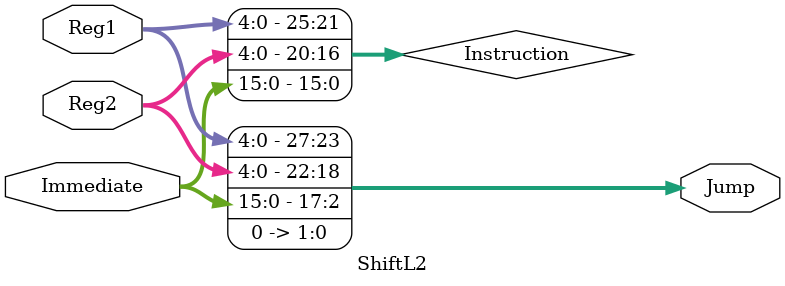
<source format=sv>
module ShiftL2
(
    input  reg  [4:0]   Reg1,      //Register Specifications
                        Reg2,          
    input  reg  [15:0]  Immediate, //Immediate Constant Value
    output reg  [27:0]  Jump       //Jump Address
);
reg [25:0] Instruction;

assign Instruction[25:21] = Reg1;
assign Instruction[20:16] = Reg2;
assign Instruction[15:0]  = Immediate;
    
assign Jump = 28'(Instruction << 2);  

endmodule
</source>
